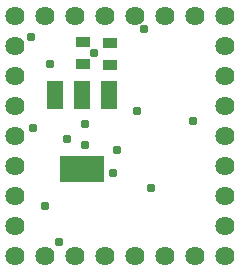
<source format=gbs>
G75*
G70*
%OFA0B0*%
%FSLAX24Y24*%
%IPPOS*%
%LPD*%
%AMOC8*
5,1,8,0,0,1.08239X$1,22.5*
%
%ADD10C,0.0640*%
%ADD11R,0.0520X0.0920*%
%ADD12R,0.1457X0.0906*%
%ADD13R,0.0512X0.0355*%
%ADD14C,0.0310*%
D10*
X000620Y000610D03*
X000620Y001610D03*
X000620Y002610D03*
X000620Y003610D03*
X000620Y004610D03*
X000620Y005610D03*
X000620Y006610D03*
X000620Y007610D03*
X000620Y008610D03*
X001620Y008610D03*
X002620Y008610D03*
X003620Y008610D03*
X004620Y008610D03*
X005620Y008610D03*
X006620Y008610D03*
X007620Y008610D03*
X007620Y007610D03*
X007620Y006610D03*
X007620Y005610D03*
X007620Y004610D03*
X007620Y003610D03*
X007620Y002610D03*
X007620Y001610D03*
X007620Y000610D03*
X006620Y000610D03*
X005620Y000610D03*
X004620Y000610D03*
X003620Y000610D03*
X002620Y000610D03*
X001620Y000610D03*
D11*
X001930Y005960D03*
X002840Y005960D03*
X003750Y005960D03*
D12*
X002840Y003520D03*
D13*
X003770Y006986D03*
X003770Y007694D03*
X002870Y007724D03*
X002870Y007016D03*
D14*
X003232Y007374D03*
X001767Y007010D03*
X001127Y007898D03*
X002927Y005004D03*
X002337Y004506D03*
X002934Y004291D03*
X003877Y003369D03*
X004019Y004133D03*
X005140Y002865D03*
X006531Y005108D03*
X004665Y005432D03*
X004922Y008179D03*
X001214Y004868D03*
X001596Y002288D03*
X002087Y001087D03*
M02*

</source>
